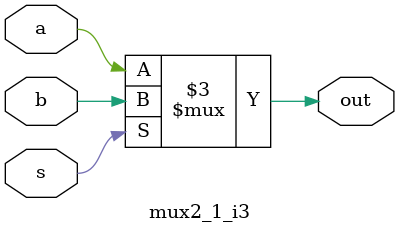
<source format=v>

module mux2_1_i3(output reg out, input wire a, b, s);
// mux con construcci�n always (procedural), las asignaciones deben ser a variables con estado ('out' ahora es tipo reg)
// en el caso de un modulo combinacional, se debe usar la asignaci�n procedural 'con bloqueo' que equivale al "=" de C  

always @(a or b or s) //alternativamente, always @(a, b, s) o always @* (autom�tico, considera todas las var)
  if (s)              //no hace falta begin...end porque el always contiene una sola sentencia if..else
    out = b;
  else
    out = a;
  
endmodule

</source>
